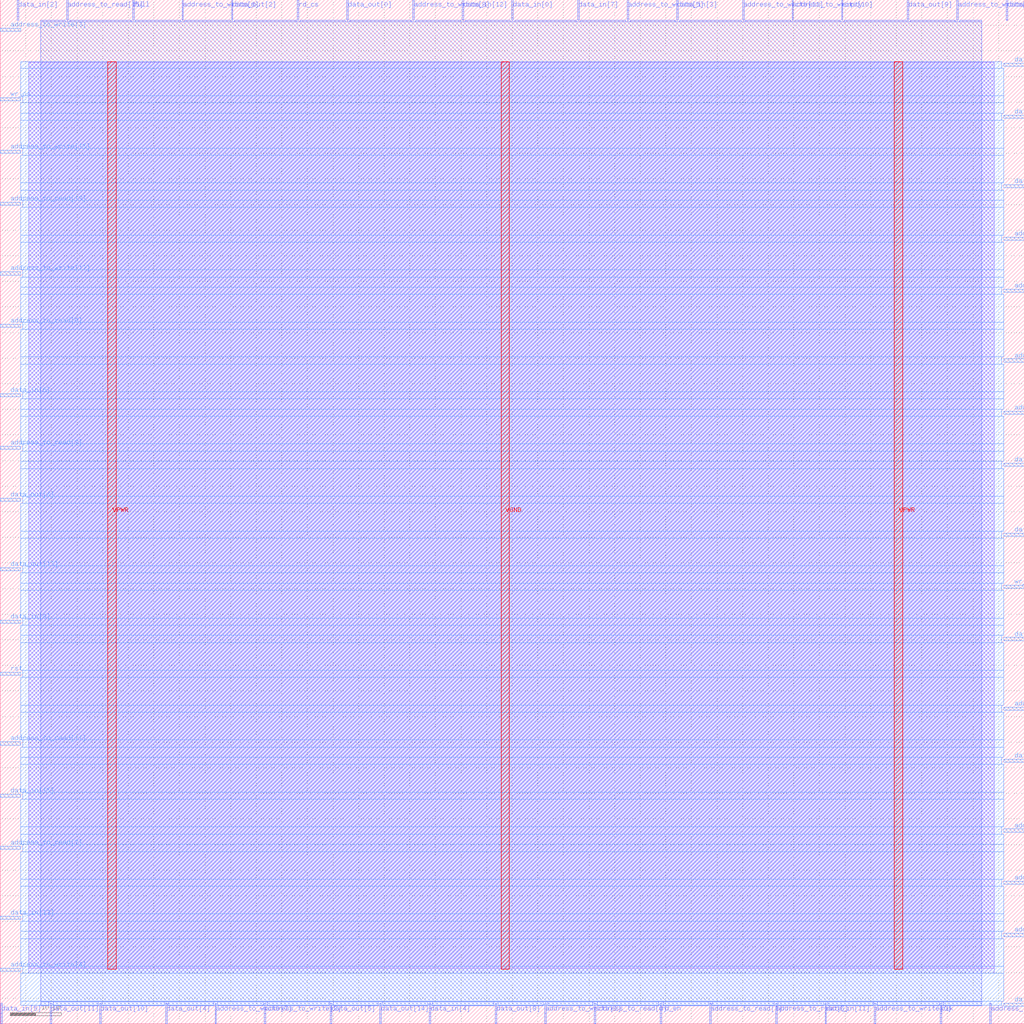
<source format=lef>
VERSION 5.7 ;
  NOWIREEXTENSIONATPIN ON ;
  DIVIDERCHAR "/" ;
  BUSBITCHARS "[]" ;
MACRO sync_fifo_16x16
  CLASS BLOCK ;
  FOREIGN sync_fifo_16x16 ;
  ORIGIN 0.000 0.000 ;
  SIZE 200.000 BY 200.000 ;
  PIN VGND
    DIRECTION INOUT ;
    USE GROUND ;
    PORT
      LAYER met4 ;
        RECT 97.840 10.640 99.440 187.920 ;
    END
  END VGND
  PIN VPWR
    DIRECTION INOUT ;
    USE POWER ;
    PORT
      LAYER met4 ;
        RECT 21.040 10.640 22.640 187.920 ;
    END
    PORT
      LAYER met4 ;
        RECT 174.640 10.640 176.240 187.920 ;
    END
  END VPWR
  PIN address_to_read[0]
    DIRECTION INPUT ;
    USE SIGNAL ;
    PORT
      LAYER met3 ;
        RECT 0.000 136.040 4.000 136.640 ;
    END
  END address_to_read[0]
  PIN address_to_read[10]
    DIRECTION INPUT ;
    USE SIGNAL ;
    PORT
      LAYER met3 ;
        RECT 196.000 37.440 200.000 38.040 ;
    END
  END address_to_read[10]
  PIN address_to_read[11]
    DIRECTION INPUT ;
    USE SIGNAL ;
    PORT
      LAYER met3 ;
        RECT 0.000 54.440 4.000 55.040 ;
    END
  END address_to_read[11]
  PIN address_to_read[12]
    DIRECTION INPUT ;
    USE SIGNAL ;
    PORT
      LAYER met3 ;
        RECT 196.000 142.840 200.000 143.440 ;
    END
  END address_to_read[12]
  PIN address_to_read[13]
    DIRECTION INPUT ;
    USE SIGNAL ;
    PORT
      LAYER met3 ;
        RECT 0.000 159.840 4.000 160.440 ;
    END
  END address_to_read[13]
  PIN address_to_read[14]
    DIRECTION INPUT ;
    USE SIGNAL ;
    PORT
      LAYER met3 ;
        RECT 196.000 61.240 200.000 61.840 ;
    END
  END address_to_read[14]
  PIN address_to_read[15]
    DIRECTION INPUT ;
    USE SIGNAL ;
    PORT
      LAYER met2 ;
        RECT 12.970 196.000 13.250 200.000 ;
    END
  END address_to_read[15]
  PIN address_to_read[1]
    DIRECTION INPUT ;
    USE SIGNAL ;
    PORT
      LAYER met2 ;
        RECT 138.550 0.000 138.830 4.000 ;
    END
  END address_to_read[1]
  PIN address_to_read[2]
    DIRECTION INPUT ;
    USE SIGNAL ;
    PORT
      LAYER met3 ;
        RECT 196.000 119.040 200.000 119.640 ;
    END
  END address_to_read[2]
  PIN address_to_read[3]
    DIRECTION INPUT ;
    USE SIGNAL ;
    PORT
      LAYER met3 ;
        RECT 0.000 112.240 4.000 112.840 ;
    END
  END address_to_read[3]
  PIN address_to_read[4]
    DIRECTION INPUT ;
    USE SIGNAL ;
    PORT
      LAYER met3 ;
        RECT 196.000 17.040 200.000 17.640 ;
    END
  END address_to_read[4]
  PIN address_to_read[5]
    DIRECTION INPUT ;
    USE SIGNAL ;
    PORT
      LAYER met2 ;
        RECT 151.430 0.000 151.710 4.000 ;
    END
  END address_to_read[5]
  PIN address_to_read[6]
    DIRECTION INPUT ;
    USE SIGNAL ;
    PORT
      LAYER met2 ;
        RECT 116.010 0.000 116.290 4.000 ;
    END
  END address_to_read[6]
  PIN address_to_read[7]
    DIRECTION INPUT ;
    USE SIGNAL ;
    PORT
      LAYER met3 ;
        RECT 0.000 34.040 4.000 34.640 ;
    END
  END address_to_read[7]
  PIN address_to_read[8]
    DIRECTION INPUT ;
    USE SIGNAL ;
    PORT
      LAYER met2 ;
        RECT 193.290 0.000 193.570 4.000 ;
    END
  END address_to_read[8]
  PIN address_to_read[9]
    DIRECTION INPUT ;
    USE SIGNAL ;
    PORT
      LAYER met3 ;
        RECT 196.000 27.240 200.000 27.840 ;
    END
  END address_to_read[9]
  PIN address_to_write[0]
    DIRECTION INPUT ;
    USE SIGNAL ;
    PORT
      LAYER met2 ;
        RECT 170.750 0.000 171.030 4.000 ;
    END
  END address_to_write[0]
  PIN address_to_write[10]
    DIRECTION INPUT ;
    USE SIGNAL ;
    PORT
      LAYER met2 ;
        RECT 154.650 196.000 154.930 200.000 ;
    END
  END address_to_write[10]
  PIN address_to_write[11]
    DIRECTION INPUT ;
    USE SIGNAL ;
    PORT
      LAYER met2 ;
        RECT 144.990 196.000 145.270 200.000 ;
    END
  END address_to_write[11]
  PIN address_to_write[12]
    DIRECTION INPUT ;
    USE SIGNAL ;
    PORT
      LAYER met3 ;
        RECT 0.000 146.240 4.000 146.840 ;
    END
  END address_to_write[12]
  PIN address_to_write[13]
    DIRECTION INPUT ;
    USE SIGNAL ;
    PORT
      LAYER met3 ;
        RECT 196.000 129.240 200.000 129.840 ;
    END
  END address_to_write[13]
  PIN address_to_write[14]
    DIRECTION INPUT ;
    USE SIGNAL ;
    PORT
      LAYER met3 ;
        RECT 196.000 153.040 200.000 153.640 ;
    END
  END address_to_write[14]
  PIN address_to_write[15]
    DIRECTION INPUT ;
    USE SIGNAL ;
    PORT
      LAYER met3 ;
        RECT 0.000 170.040 4.000 170.640 ;
    END
  END address_to_write[15]
  PIN address_to_write[1]
    DIRECTION INPUT ;
    USE SIGNAL ;
    PORT
      LAYER met2 ;
        RECT 106.350 0.000 106.630 4.000 ;
    END
  END address_to_write[1]
  PIN address_to_write[2]
    DIRECTION INPUT ;
    USE SIGNAL ;
    PORT
      LAYER met2 ;
        RECT 51.610 0.000 51.890 4.000 ;
    END
  END address_to_write[2]
  PIN address_to_write[3]
    DIRECTION INPUT ;
    USE SIGNAL ;
    PORT
      LAYER met3 ;
        RECT 0.000 193.840 4.000 194.440 ;
    END
  END address_to_write[3]
  PIN address_to_write[4]
    DIRECTION INPUT ;
    USE SIGNAL ;
    PORT
      LAYER met3 ;
        RECT 0.000 10.240 4.000 10.840 ;
    END
  END address_to_write[4]
  PIN address_to_write[5]
    DIRECTION INPUT ;
    USE SIGNAL ;
    PORT
      LAYER met2 ;
        RECT 122.450 196.000 122.730 200.000 ;
    END
  END address_to_write[5]
  PIN address_to_write[6]
    DIRECTION INPUT ;
    USE SIGNAL ;
    PORT
      LAYER met2 ;
        RECT 35.510 196.000 35.790 200.000 ;
    END
  END address_to_write[6]
  PIN address_to_write[7]
    DIRECTION INPUT ;
    USE SIGNAL ;
    PORT
      LAYER met2 ;
        RECT 41.950 0.000 42.230 4.000 ;
    END
  END address_to_write[7]
  PIN address_to_write[8]
    DIRECTION INPUT ;
    USE SIGNAL ;
    PORT
      LAYER met2 ;
        RECT 80.590 196.000 80.870 200.000 ;
    END
  END address_to_write[8]
  PIN address_to_write[9]
    DIRECTION INPUT ;
    USE SIGNAL ;
    PORT
      LAYER met2 ;
        RECT 186.850 196.000 187.130 200.000 ;
    END
  END address_to_write[9]
  PIN clk
    DIRECTION INPUT ;
    USE SIGNAL ;
    PORT
      LAYER met2 ;
        RECT 183.630 0.000 183.910 4.000 ;
    END
  END clk
  PIN data_in[0]
    DIRECTION INPUT ;
    USE SIGNAL ;
    PORT
      LAYER met2 ;
        RECT 99.910 196.000 100.190 200.000 ;
    END
  END data_in[0]
  PIN data_in[10]
    DIRECTION INPUT ;
    USE SIGNAL ;
    PORT
      LAYER met2 ;
        RECT 196.510 196.000 196.790 200.000 ;
    END
  END data_in[10]
  PIN data_in[11]
    DIRECTION INPUT ;
    USE SIGNAL ;
    PORT
      LAYER met2 ;
        RECT 161.090 0.000 161.370 4.000 ;
    END
  END data_in[11]
  PIN data_in[12]
    DIRECTION INPUT ;
    USE SIGNAL ;
    PORT
      LAYER met2 ;
        RECT 90.250 196.000 90.530 200.000 ;
    END
  END data_in[12]
  PIN data_in[13]
    DIRECTION INPUT ;
    USE SIGNAL ;
    PORT
      LAYER met3 ;
        RECT 0.000 20.440 4.000 21.040 ;
    END
  END data_in[13]
  PIN data_in[14]
    DIRECTION INPUT ;
    USE SIGNAL ;
    PORT
      LAYER met3 ;
        RECT 196.000 51.040 200.000 51.640 ;
    END
  END data_in[14]
  PIN data_in[15]
    DIRECTION INPUT ;
    USE SIGNAL ;
    PORT
      LAYER met3 ;
        RECT 0.000 44.240 4.000 44.840 ;
    END
  END data_in[15]
  PIN data_in[1]
    DIRECTION INPUT ;
    USE SIGNAL ;
    PORT
      LAYER met3 ;
        RECT 196.000 74.840 200.000 75.440 ;
    END
  END data_in[1]
  PIN data_in[2]
    DIRECTION INPUT ;
    USE SIGNAL ;
    PORT
      LAYER met2 ;
        RECT 3.310 196.000 3.590 200.000 ;
    END
  END data_in[2]
  PIN data_in[3]
    DIRECTION INPUT ;
    USE SIGNAL ;
    PORT
      LAYER met2 ;
        RECT 132.110 196.000 132.390 200.000 ;
    END
  END data_in[3]
  PIN data_in[4]
    DIRECTION INPUT ;
    USE SIGNAL ;
    PORT
      LAYER met2 ;
        RECT 83.810 0.000 84.090 4.000 ;
    END
  END data_in[4]
  PIN data_in[5]
    DIRECTION INPUT ;
    USE SIGNAL ;
    PORT
      LAYER met2 ;
        RECT 0.090 0.000 0.370 4.000 ;
    END
  END data_in[5]
  PIN data_in[6]
    DIRECTION INPUT ;
    USE SIGNAL ;
    PORT
      LAYER met3 ;
        RECT 0.000 122.440 4.000 123.040 ;
    END
  END data_in[6]
  PIN data_in[7]
    DIRECTION INPUT ;
    USE SIGNAL ;
    PORT
      LAYER met2 ;
        RECT 112.790 196.000 113.070 200.000 ;
    END
  END data_in[7]
  PIN data_in[8]
    DIRECTION INPUT ;
    USE SIGNAL ;
    PORT
      LAYER met3 ;
        RECT 0.000 78.240 4.000 78.840 ;
    END
  END data_in[8]
  PIN data_in[9]
    DIRECTION INPUT ;
    USE SIGNAL ;
    PORT
      LAYER met3 ;
        RECT 196.000 187.040 200.000 187.640 ;
    END
  END data_in[9]
  PIN data_out[0]
    DIRECTION OUTPUT TRISTATE ;
    USE SIGNAL ;
    PORT
      LAYER met2 ;
        RECT 67.710 196.000 67.990 200.000 ;
    END
  END data_out[0]
  PIN data_out[10]
    DIRECTION OUTPUT TRISTATE ;
    USE SIGNAL ;
    PORT
      LAYER met2 ;
        RECT 19.410 0.000 19.690 4.000 ;
    END
  END data_out[10]
  PIN data_out[11]
    DIRECTION OUTPUT TRISTATE ;
    USE SIGNAL ;
    PORT
      LAYER met2 ;
        RECT 9.750 0.000 10.030 4.000 ;
    END
  END data_out[11]
  PIN data_out[12]
    DIRECTION OUTPUT TRISTATE ;
    USE SIGNAL ;
    PORT
      LAYER met3 ;
        RECT 196.000 176.840 200.000 177.440 ;
    END
  END data_out[12]
  PIN data_out[13]
    DIRECTION OUTPUT TRISTATE ;
    USE SIGNAL ;
    PORT
      LAYER met3 ;
        RECT 0.000 88.440 4.000 89.040 ;
    END
  END data_out[13]
  PIN data_out[14]
    DIRECTION OUTPUT TRISTATE ;
    USE SIGNAL ;
    PORT
      LAYER met2 ;
        RECT 74.150 0.000 74.430 4.000 ;
    END
  END data_out[14]
  PIN data_out[15]
    DIRECTION OUTPUT TRISTATE ;
    USE SIGNAL ;
    PORT
      LAYER met3 ;
        RECT 196.000 163.240 200.000 163.840 ;
    END
  END data_out[15]
  PIN data_out[1]
    DIRECTION OUTPUT TRISTATE ;
    USE SIGNAL ;
    PORT
      LAYER met3 ;
        RECT 196.000 3.440 200.000 4.040 ;
    END
  END data_out[1]
  PIN data_out[2]
    DIRECTION OUTPUT TRISTATE ;
    USE SIGNAL ;
    PORT
      LAYER met2 ;
        RECT 45.170 196.000 45.450 200.000 ;
    END
  END data_out[2]
  PIN data_out[3]
    DIRECTION OUTPUT TRISTATE ;
    USE SIGNAL ;
    PORT
      LAYER met3 ;
        RECT 196.000 95.240 200.000 95.840 ;
    END
  END data_out[3]
  PIN data_out[4]
    DIRECTION OUTPUT TRISTATE ;
    USE SIGNAL ;
    PORT
      LAYER met2 ;
        RECT 32.290 0.000 32.570 4.000 ;
    END
  END data_out[4]
  PIN data_out[5]
    DIRECTION OUTPUT TRISTATE ;
    USE SIGNAL ;
    PORT
      LAYER met2 ;
        RECT 64.490 0.000 64.770 4.000 ;
    END
  END data_out[5]
  PIN data_out[6]
    DIRECTION OUTPUT TRISTATE ;
    USE SIGNAL ;
    PORT
      LAYER met3 ;
        RECT 0.000 102.040 4.000 102.640 ;
    END
  END data_out[6]
  PIN data_out[7]
    DIRECTION OUTPUT TRISTATE ;
    USE SIGNAL ;
    PORT
      LAYER met3 ;
        RECT 196.000 108.840 200.000 109.440 ;
    END
  END data_out[7]
  PIN data_out[8]
    DIRECTION OUTPUT TRISTATE ;
    USE SIGNAL ;
    PORT
      LAYER met2 ;
        RECT 96.690 0.000 96.970 4.000 ;
    END
  END data_out[8]
  PIN data_out[9]
    DIRECTION OUTPUT TRISTATE ;
    USE SIGNAL ;
    PORT
      LAYER met2 ;
        RECT 177.190 196.000 177.470 200.000 ;
    END
  END data_out[9]
  PIN empty
    DIRECTION OUTPUT TRISTATE ;
    USE SIGNAL ;
    PORT
      LAYER met2 ;
        RECT 164.310 196.000 164.590 200.000 ;
    END
  END empty
  PIN full
    DIRECTION OUTPUT TRISTATE ;
    USE SIGNAL ;
    PORT
      LAYER met2 ;
        RECT 25.850 196.000 26.130 200.000 ;
    END
  END full
  PIN rd_cs
    DIRECTION INPUT ;
    USE SIGNAL ;
    PORT
      LAYER met2 ;
        RECT 58.050 196.000 58.330 200.000 ;
    END
  END rd_cs
  PIN rd_en
    DIRECTION INPUT ;
    USE SIGNAL ;
    PORT
      LAYER met2 ;
        RECT 128.890 0.000 129.170 4.000 ;
    END
  END rd_en
  PIN rst
    DIRECTION INPUT ;
    USE SIGNAL ;
    PORT
      LAYER met3 ;
        RECT 0.000 68.040 4.000 68.640 ;
    END
  END rst
  PIN wr_cs
    DIRECTION INPUT ;
    USE SIGNAL ;
    PORT
      LAYER met3 ;
        RECT 0.000 180.240 4.000 180.840 ;
    END
  END wr_cs
  PIN wr_en
    DIRECTION INPUT ;
    USE SIGNAL ;
    PORT
      LAYER met3 ;
        RECT 196.000 85.040 200.000 85.640 ;
    END
  END wr_en
  OBS
      LAYER li1 ;
        RECT 5.520 10.795 194.120 187.765 ;
      LAYER met1 ;
        RECT 5.520 9.900 194.120 187.920 ;
      LAYER met2 ;
        RECT 7.910 195.720 12.690 196.000 ;
        RECT 13.530 195.720 25.570 196.000 ;
        RECT 26.410 195.720 35.230 196.000 ;
        RECT 36.070 195.720 44.890 196.000 ;
        RECT 45.730 195.720 57.770 196.000 ;
        RECT 58.610 195.720 67.430 196.000 ;
        RECT 68.270 195.720 80.310 196.000 ;
        RECT 81.150 195.720 89.970 196.000 ;
        RECT 90.810 195.720 99.630 196.000 ;
        RECT 100.470 195.720 112.510 196.000 ;
        RECT 113.350 195.720 122.170 196.000 ;
        RECT 123.010 195.720 131.830 196.000 ;
        RECT 132.670 195.720 144.710 196.000 ;
        RECT 145.550 195.720 154.370 196.000 ;
        RECT 155.210 195.720 164.030 196.000 ;
        RECT 164.870 195.720 176.910 196.000 ;
        RECT 177.750 195.720 186.570 196.000 ;
        RECT 187.410 195.720 191.730 196.000 ;
        RECT 7.910 4.280 191.730 195.720 ;
        RECT 7.910 3.555 9.470 4.280 ;
        RECT 10.310 3.555 19.130 4.280 ;
        RECT 19.970 3.555 32.010 4.280 ;
        RECT 32.850 3.555 41.670 4.280 ;
        RECT 42.510 3.555 51.330 4.280 ;
        RECT 52.170 3.555 64.210 4.280 ;
        RECT 65.050 3.555 73.870 4.280 ;
        RECT 74.710 3.555 83.530 4.280 ;
        RECT 84.370 3.555 96.410 4.280 ;
        RECT 97.250 3.555 106.070 4.280 ;
        RECT 106.910 3.555 115.730 4.280 ;
        RECT 116.570 3.555 128.610 4.280 ;
        RECT 129.450 3.555 138.270 4.280 ;
        RECT 139.110 3.555 151.150 4.280 ;
        RECT 151.990 3.555 160.810 4.280 ;
        RECT 161.650 3.555 170.470 4.280 ;
        RECT 171.310 3.555 183.350 4.280 ;
        RECT 184.190 3.555 191.730 4.280 ;
      LAYER met3 ;
        RECT 4.000 186.640 195.600 187.845 ;
        RECT 4.000 181.240 196.000 186.640 ;
        RECT 4.400 179.840 196.000 181.240 ;
        RECT 4.000 177.840 196.000 179.840 ;
        RECT 4.000 176.440 195.600 177.840 ;
        RECT 4.000 171.040 196.000 176.440 ;
        RECT 4.400 169.640 196.000 171.040 ;
        RECT 4.000 164.240 196.000 169.640 ;
        RECT 4.000 162.840 195.600 164.240 ;
        RECT 4.000 160.840 196.000 162.840 ;
        RECT 4.400 159.440 196.000 160.840 ;
        RECT 4.000 154.040 196.000 159.440 ;
        RECT 4.000 152.640 195.600 154.040 ;
        RECT 4.000 147.240 196.000 152.640 ;
        RECT 4.400 145.840 196.000 147.240 ;
        RECT 4.000 143.840 196.000 145.840 ;
        RECT 4.000 142.440 195.600 143.840 ;
        RECT 4.000 137.040 196.000 142.440 ;
        RECT 4.400 135.640 196.000 137.040 ;
        RECT 4.000 130.240 196.000 135.640 ;
        RECT 4.000 128.840 195.600 130.240 ;
        RECT 4.000 123.440 196.000 128.840 ;
        RECT 4.400 122.040 196.000 123.440 ;
        RECT 4.000 120.040 196.000 122.040 ;
        RECT 4.000 118.640 195.600 120.040 ;
        RECT 4.000 113.240 196.000 118.640 ;
        RECT 4.400 111.840 196.000 113.240 ;
        RECT 4.000 109.840 196.000 111.840 ;
        RECT 4.000 108.440 195.600 109.840 ;
        RECT 4.000 103.040 196.000 108.440 ;
        RECT 4.400 101.640 196.000 103.040 ;
        RECT 4.000 96.240 196.000 101.640 ;
        RECT 4.000 94.840 195.600 96.240 ;
        RECT 4.000 89.440 196.000 94.840 ;
        RECT 4.400 88.040 196.000 89.440 ;
        RECT 4.000 86.040 196.000 88.040 ;
        RECT 4.000 84.640 195.600 86.040 ;
        RECT 4.000 79.240 196.000 84.640 ;
        RECT 4.400 77.840 196.000 79.240 ;
        RECT 4.000 75.840 196.000 77.840 ;
        RECT 4.000 74.440 195.600 75.840 ;
        RECT 4.000 69.040 196.000 74.440 ;
        RECT 4.400 67.640 196.000 69.040 ;
        RECT 4.000 62.240 196.000 67.640 ;
        RECT 4.000 60.840 195.600 62.240 ;
        RECT 4.000 55.440 196.000 60.840 ;
        RECT 4.400 54.040 196.000 55.440 ;
        RECT 4.000 52.040 196.000 54.040 ;
        RECT 4.000 50.640 195.600 52.040 ;
        RECT 4.000 45.240 196.000 50.640 ;
        RECT 4.400 43.840 196.000 45.240 ;
        RECT 4.000 38.440 196.000 43.840 ;
        RECT 4.000 37.040 195.600 38.440 ;
        RECT 4.000 35.040 196.000 37.040 ;
        RECT 4.400 33.640 196.000 35.040 ;
        RECT 4.000 28.240 196.000 33.640 ;
        RECT 4.000 26.840 195.600 28.240 ;
        RECT 4.000 21.440 196.000 26.840 ;
        RECT 4.400 20.040 196.000 21.440 ;
        RECT 4.000 18.040 196.000 20.040 ;
        RECT 4.000 16.640 195.600 18.040 ;
        RECT 4.000 11.240 196.000 16.640 ;
        RECT 4.400 9.840 196.000 11.240 ;
        RECT 4.000 4.440 196.000 9.840 ;
        RECT 4.000 3.575 195.600 4.440 ;
  END
END sync_fifo_16x16
END LIBRARY


</source>
